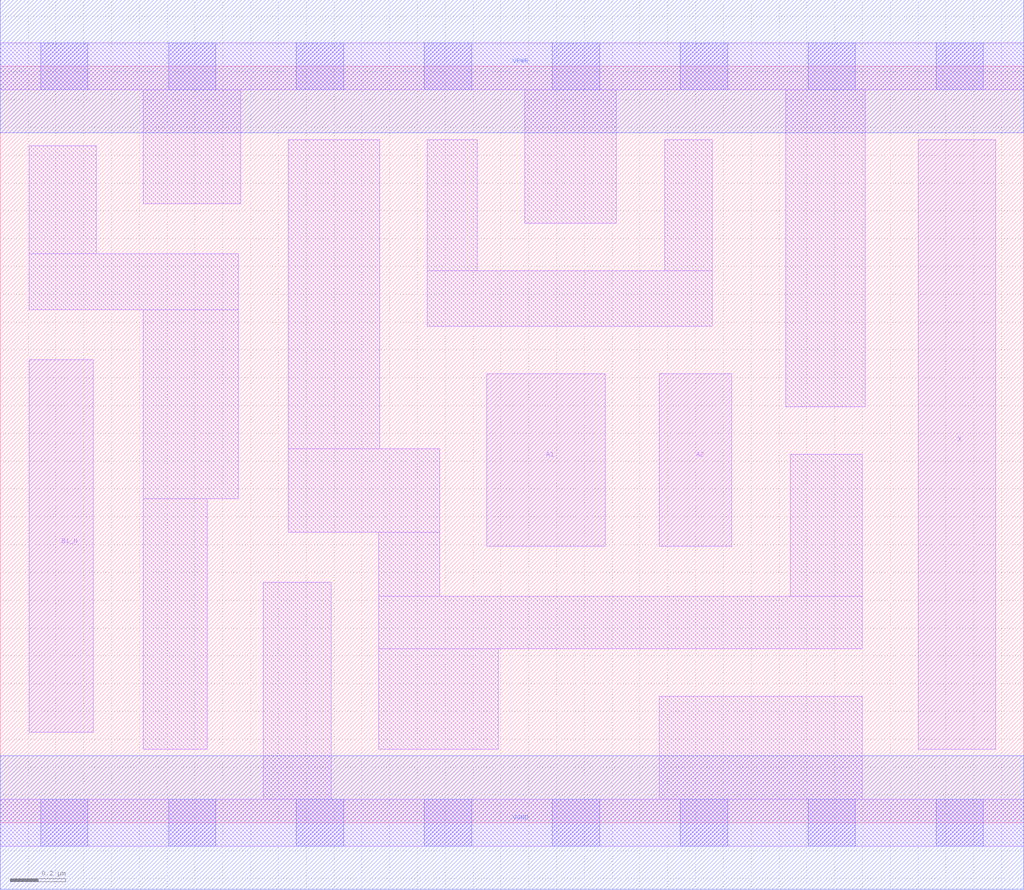
<source format=lef>
# Copyright 2020 The SkyWater PDK Authors
#
# Licensed under the Apache License, Version 2.0 (the "License");
# you may not use this file except in compliance with the License.
# You may obtain a copy of the License at
#
#     https://www.apache.org/licenses/LICENSE-2.0
#
# Unless required by applicable law or agreed to in writing, software
# distributed under the License is distributed on an "AS IS" BASIS,
# WITHOUT WARRANTIES OR CONDITIONS OF ANY KIND, either express or implied.
# See the License for the specific language governing permissions and
# limitations under the License.
#
# SPDX-License-Identifier: Apache-2.0

VERSION 5.7 ;
  NAMESCASESENSITIVE ON ;
  NOWIREEXTENSIONATPIN ON ;
  DIVIDERCHAR "/" ;
  BUSBITCHARS "[]" ;
UNITS
  DATABASE MICRONS 200 ;
END UNITS
MACRO sky130_fd_sc_hd__a21bo_1
  CLASS CORE ;
  FOREIGN sky130_fd_sc_hd__a21bo_1 ;
  ORIGIN  0.000000  0.000000 ;
  SIZE  3.680000 BY  2.720000 ;
  SYMMETRY X Y R90 ;
  SITE unithd ;
  PIN A1
    ANTENNAGATEAREA  0.247500 ;
    DIRECTION INPUT ;
    USE SIGNAL ;
    PORT
      LAYER li1 ;
        RECT 1.750000 0.995000 2.175000 1.615000 ;
    END
  END A1
  PIN A2
    ANTENNAGATEAREA  0.247500 ;
    DIRECTION INPUT ;
    USE SIGNAL ;
    PORT
      LAYER li1 ;
        RECT 2.370000 0.995000 2.630000 1.615000 ;
    END
  END A2
  PIN B1_N
    ANTENNAGATEAREA  0.126000 ;
    DIRECTION INPUT ;
    USE SIGNAL ;
    PORT
      LAYER li1 ;
        RECT 0.105000 0.325000 0.335000 1.665000 ;
    END
  END B1_N
  PIN X
    ANTENNADIFFAREA  0.429000 ;
    DIRECTION OUTPUT ;
    USE SIGNAL ;
    PORT
      LAYER li1 ;
        RECT 3.300000 0.265000 3.580000 2.455000 ;
    END
  END X
  PIN VGND
    DIRECTION INOUT ;
    SHAPE ABUTMENT ;
    USE GROUND ;
    PORT
      LAYER met1 ;
        RECT 0.000000 -0.240000 3.680000 0.240000 ;
    END
  END VGND
  PIN VPWR
    DIRECTION INOUT ;
    SHAPE ABUTMENT ;
    USE POWER ;
    PORT
      LAYER met1 ;
        RECT 0.000000 2.480000 3.680000 2.960000 ;
    END
  END VPWR
  OBS
    LAYER li1 ;
      RECT 0.000000 -0.085000 3.680000 0.085000 ;
      RECT 0.000000  2.635000 3.680000 2.805000 ;
      RECT 0.105000  1.845000 0.855000 2.045000 ;
      RECT 0.105000  2.045000 0.345000 2.435000 ;
      RECT 0.515000  0.265000 0.745000 1.165000 ;
      RECT 0.515000  1.165000 0.855000 1.845000 ;
      RECT 0.515000  2.225000 0.865000 2.635000 ;
      RECT 0.945000  0.085000 1.190000 0.865000 ;
      RECT 1.035000  1.045000 1.580000 1.345000 ;
      RECT 1.035000  1.345000 1.365000 2.455000 ;
      RECT 1.360000  0.265000 1.790000 0.625000 ;
      RECT 1.360000  0.625000 3.100000 0.815000 ;
      RECT 1.360000  0.815000 1.580000 1.045000 ;
      RECT 1.535000  1.785000 2.560000 1.985000 ;
      RECT 1.535000  1.985000 1.715000 2.455000 ;
      RECT 1.885000  2.155000 2.215000 2.635000 ;
      RECT 2.370000  0.085000 3.100000 0.455000 ;
      RECT 2.390000  1.985000 2.560000 2.455000 ;
      RECT 2.825000  1.495000 3.110000 2.635000 ;
      RECT 2.840000  0.815000 3.100000 1.325000 ;
    LAYER mcon ;
      RECT 0.145000 -0.085000 0.315000 0.085000 ;
      RECT 0.145000  2.635000 0.315000 2.805000 ;
      RECT 0.605000 -0.085000 0.775000 0.085000 ;
      RECT 0.605000  2.635000 0.775000 2.805000 ;
      RECT 1.065000 -0.085000 1.235000 0.085000 ;
      RECT 1.065000  2.635000 1.235000 2.805000 ;
      RECT 1.525000 -0.085000 1.695000 0.085000 ;
      RECT 1.525000  2.635000 1.695000 2.805000 ;
      RECT 1.985000 -0.085000 2.155000 0.085000 ;
      RECT 1.985000  2.635000 2.155000 2.805000 ;
      RECT 2.445000 -0.085000 2.615000 0.085000 ;
      RECT 2.445000  2.635000 2.615000 2.805000 ;
      RECT 2.905000 -0.085000 3.075000 0.085000 ;
      RECT 2.905000  2.635000 3.075000 2.805000 ;
      RECT 3.365000 -0.085000 3.535000 0.085000 ;
      RECT 3.365000  2.635000 3.535000 2.805000 ;
  END
END sky130_fd_sc_hd__a21bo_1
END LIBRARY

</source>
